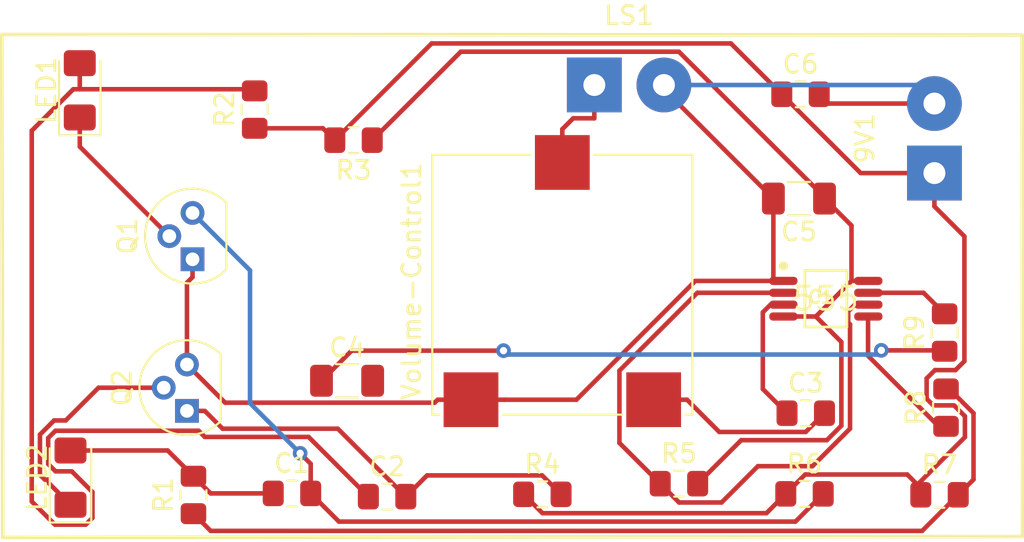
<source format=kicad_pcb>
(kicad_pcb (version 20171130) (host pcbnew "(5.0.0)")

  (general
    (thickness 1.6)
    (drawings 4)
    (tracks 159)
    (zones 0)
    (modules 23)
    (nets 19)
  )

  (page A4)
  (layers
    (0 F.Cu signal)
    (31 B.Cu signal)
    (32 B.Adhes user)
    (33 F.Adhes user)
    (34 B.Paste user)
    (35 F.Paste user)
    (36 B.SilkS user)
    (37 F.SilkS user)
    (38 B.Mask user)
    (39 F.Mask user)
    (40 Dwgs.User user)
    (41 Cmts.User user)
    (42 Eco1.User user)
    (43 Eco2.User user)
    (44 Edge.Cuts user)
    (45 Margin user)
    (46 B.CrtYd user)
    (47 F.CrtYd user)
    (48 B.Fab user)
    (49 F.Fab user)
  )

  (setup
    (last_trace_width 0.25)
    (trace_clearance 0.2)
    (zone_clearance 0.508)
    (zone_45_only no)
    (trace_min 0.2)
    (segment_width 0.2)
    (edge_width 0.15)
    (via_size 0.8)
    (via_drill 0.4)
    (via_min_size 0.4)
    (via_min_drill 0.3)
    (uvia_size 0.3)
    (uvia_drill 0.1)
    (uvias_allowed no)
    (uvia_min_size 0.2)
    (uvia_min_drill 0.1)
    (pcb_text_width 0.3)
    (pcb_text_size 1.5 1.5)
    (mod_edge_width 0.15)
    (mod_text_size 1 1)
    (mod_text_width 0.15)
    (pad_size 1.524 1.524)
    (pad_drill 0.762)
    (pad_to_mask_clearance 0.2)
    (aux_axis_origin 0 0)
    (visible_elements 7FFFFFFF)
    (pcbplotparams
      (layerselection 0x010fc_ffffffff)
      (usegerberextensions false)
      (usegerberattributes false)
      (usegerberadvancedattributes false)
      (creategerberjobfile false)
      (excludeedgelayer true)
      (linewidth 0.100000)
      (plotframeref false)
      (viasonmask false)
      (mode 1)
      (useauxorigin false)
      (hpglpennumber 1)
      (hpglpenspeed 20)
      (hpglpendiameter 15.000000)
      (psnegative false)
      (psa4output false)
      (plotreference true)
      (plotvalue true)
      (plotinvisibletext false)
      (padsonsilk false)
      (subtractmaskfromsilk false)
      (outputformat 1)
      (mirror false)
      (drillshape 1)
      (scaleselection 1)
      (outputdirectory ""))
  )

  (net 0 "")
  (net 1 GNDD)
  (net 2 "Net-(9V1-Pad1)")
  (net 3 "Net-(C1-Pad2)")
  (net 4 "Net-(C1-Pad1)")
  (net 5 "Net-(C2-Pad1)")
  (net 6 "Net-(C2-Pad2)")
  (net 7 "Net-(C3-Pad1)")
  (net 8 "Net-(C3-Pad2)")
  (net 9 "Net-(C4-Pad1)")
  (net 10 Earth)
  (net 11 "Net-(C5-Pad1)")
  (net 12 "Net-(IC1-Pad5)")
  (net 13 "Net-(IC1-Pad2)")
  (net 14 "Net-(IC1-Pad7)")
  (net 15 "Net-(LED1-Pad1)")
  (net 16 "Net-(LED2-Pad1)")
  (net 17 "Net-(LS1-Pad1)")
  (net 18 "Net-(R1-Pad1)")

  (net_class Default "This is the default net class."
    (clearance 0.2)
    (trace_width 0.25)
    (via_dia 0.8)
    (via_drill 0.4)
    (uvia_dia 0.3)
    (uvia_drill 0.1)
    (add_net Earth)
    (add_net GNDD)
    (add_net "Net-(9V1-Pad1)")
    (add_net "Net-(C1-Pad1)")
    (add_net "Net-(C1-Pad2)")
    (add_net "Net-(C2-Pad1)")
    (add_net "Net-(C2-Pad2)")
    (add_net "Net-(C3-Pad1)")
    (add_net "Net-(C3-Pad2)")
    (add_net "Net-(C4-Pad1)")
    (add_net "Net-(C5-Pad1)")
    (add_net "Net-(IC1-Pad2)")
    (add_net "Net-(IC1-Pad5)")
    (add_net "Net-(IC1-Pad7)")
    (add_net "Net-(LED1-Pad1)")
    (add_net "Net-(LED2-Pad1)")
    (add_net "Net-(LS1-Pad1)")
    (add_net "Net-(R1-Pad1)")
  )

  (module "555 Timer:Texas_Instruments-LMC555CMM_NOPB-Level_A" (layer F.Cu) (tedit 5EF18C8E) (tstamp 63893F42)
    (at 168.326 86.233)
    (path /63513386)
    (fp_text reference IC1 (at -1.397 -0.096) (layer F.SilkS)
      (effects (font (size 0.700001 0.700001) (thickness 0.15)) (justify left))
    )
    (fp_text value 555 (at 0 0) (layer F.SilkS)
      (effects (font (size 1.27 1.27) (thickness 0.15)))
    )
    (fp_line (start 3.525 1.975001) (end 3.525 -1.974997) (layer F.CrtYd) (width 0.15))
    (fp_line (start -3.525 1.975001) (end 3.525 1.975001) (layer F.CrtYd) (width 0.15))
    (fp_line (start -3.525 -1.974997) (end -3.525 1.975001) (layer F.CrtYd) (width 0.15))
    (fp_line (start 3.525 -1.974997) (end -3.525 -1.974997) (layer F.CrtYd) (width 0.15))
    (fp_line (start 3.525 -1.974997) (end 3.525 -1.974997) (layer F.CrtYd) (width 0.15))
    (fp_line (start -1.549999 1.549999) (end 1.550002 1.549999) (layer F.Fab) (width 0.1))
    (fp_line (start -1.549999 -1.549999) (end 1.550002 -1.549999) (layer F.Fab) (width 0.1))
    (fp_line (start 1.550002 1.549999) (end 1.550002 -1.549999) (layer F.Fab) (width 0.1))
    (fp_line (start -1.549999 1.549999) (end -1.549999 -1.549999) (layer F.Fab) (width 0.1))
    (fp_line (start -1.15 1.549999) (end 1.15 1.549999) (layer F.SilkS) (width 0.15))
    (fp_line (start -1.15 -1.549999) (end 1.15 -1.549999) (layer F.SilkS) (width 0.15))
    (fp_line (start 1.15 1.549999) (end 1.15 -1.549999) (layer F.SilkS) (width 0.15))
    (fp_line (start -1.15 1.549999) (end -1.15 -1.549999) (layer F.SilkS) (width 0.15))
    (fp_circle (center -2.324999 -1.799999) (end -2.199998 -1.799999) (layer F.SilkS) (width 0.249999))
    (pad 1 smd roundrect (at -2.324999 -0.974999 270) (size 0.449999 1.549999) (layers F.Cu F.Paste F.Mask) (roundrect_rratio 0.4399965333)
      (net 1 GNDD))
    (pad 2 smd roundrect (at -2.324999 -0.324998 270) (size 0.449999 1.549999) (layers F.Cu F.Paste F.Mask) (roundrect_rratio 0.4399965333)
      (net 13 "Net-(IC1-Pad2)"))
    (pad 3 smd roundrect (at -2.324999 0.325001 270) (size 0.449999 1.549999) (layers F.Cu F.Paste F.Mask) (roundrect_rratio 0.4399965333)
      (net 7 "Net-(C3-Pad1)"))
    (pad 4 smd roundrect (at -2.324999 0.975002 270) (size 0.449999 1.549999) (layers F.Cu F.Paste F.Mask) (roundrect_rratio 0.4399965333)
      (net 11 "Net-(C5-Pad1)"))
    (pad 8 smd roundrect (at 2.325002 -0.974999 270) (size 0.449999 1.549999) (layers F.Cu F.Paste F.Mask) (roundrect_rratio 0.4399965333)
      (net 11 "Net-(C5-Pad1)"))
    (pad 7 smd roundrect (at 2.325002 -0.324998 270) (size 0.449999 1.549999) (layers F.Cu F.Paste F.Mask) (roundrect_rratio 0.4399965333)
      (net 14 "Net-(IC1-Pad7)"))
    (pad 6 smd roundrect (at 2.325002 0.325001 270) (size 0.449999 1.549999) (layers F.Cu F.Paste F.Mask) (roundrect_rratio 0.4399965333)
      (net 13 "Net-(IC1-Pad2)"))
    (pad 5 smd roundrect (at 2.325002 0.975002 270) (size 0.449999 1.549999) (layers F.Cu F.Paste F.Mask) (roundrect_rratio 0.4399965333)
      (net 12 "Net-(IC1-Pad5)"))
  )

  (module Capacitor_SMD:C_1206_3216Metric (layer F.Cu) (tedit 5B301BBE) (tstamp 63893EF0)
    (at 142.116 90.7288)
    (descr "Capacitor SMD 1206 (3216 Metric), square (rectangular) end terminal, IPC_7351 nominal, (Body size source: http://www.tortai-tech.com/upload/download/2011102023233369053.pdf), generated with kicad-footprint-generator")
    (tags capacitor)
    (path /634C76D4)
    (attr smd)
    (fp_text reference C4 (at 0 -1.82) (layer F.SilkS)
      (effects (font (size 1 1) (thickness 0.15)))
    )
    (fp_text value 0.02uF (at 0 1.82) (layer F.Fab)
      (effects (font (size 1 1) (thickness 0.15)))
    )
    (fp_text user %R (at 0 0) (layer F.Fab)
      (effects (font (size 0.8 0.8) (thickness 0.12)))
    )
    (fp_line (start 2.28 1.12) (end -2.28 1.12) (layer F.CrtYd) (width 0.05))
    (fp_line (start 2.28 -1.12) (end 2.28 1.12) (layer F.CrtYd) (width 0.05))
    (fp_line (start -2.28 -1.12) (end 2.28 -1.12) (layer F.CrtYd) (width 0.05))
    (fp_line (start -2.28 1.12) (end -2.28 -1.12) (layer F.CrtYd) (width 0.05))
    (fp_line (start -0.602064 0.91) (end 0.602064 0.91) (layer F.SilkS) (width 0.12))
    (fp_line (start -0.602064 -0.91) (end 0.602064 -0.91) (layer F.SilkS) (width 0.12))
    (fp_line (start 1.6 0.8) (end -1.6 0.8) (layer F.Fab) (width 0.1))
    (fp_line (start 1.6 -0.8) (end 1.6 0.8) (layer F.Fab) (width 0.1))
    (fp_line (start -1.6 -0.8) (end 1.6 -0.8) (layer F.Fab) (width 0.1))
    (fp_line (start -1.6 0.8) (end -1.6 -0.8) (layer F.Fab) (width 0.1))
    (pad 2 smd roundrect (at 1.4 0) (size 1.25 1.75) (layers F.Cu F.Paste F.Mask) (roundrect_rratio 0.2)
      (net 10 Earth))
    (pad 1 smd roundrect (at -1.4 0) (size 1.25 1.75) (layers F.Cu F.Paste F.Mask) (roundrect_rratio 0.2)
      (net 9 "Net-(C4-Pad1)"))
    (model ${KISYS3DMOD}/Capacitor_SMD.3dshapes/C_1206_3216Metric.wrl
      (at (xyz 0 0 0))
      (scale (xyz 1 1 1))
      (rotate (xyz 0 0 0))
    )
  )

  (module Capacitor_SMD:C_1206_3216Metric (layer F.Cu) (tedit 5B301BBE) (tstamp 63893F17)
    (at 166.853 80.7466 180)
    (descr "Capacitor SMD 1206 (3216 Metric), square (rectangular) end terminal, IPC_7351 nominal, (Body size source: http://www.tortai-tech.com/upload/download/2011102023233369053.pdf), generated with kicad-footprint-generator")
    (tags capacitor)
    (path /63513481)
    (attr smd)
    (fp_text reference C5 (at 0 -1.82 180) (layer F.SilkS)
      (effects (font (size 1 1) (thickness 0.15)))
    )
    (fp_text value 0.02uF (at 0 1.82 180) (layer F.Fab)
      (effects (font (size 1 1) (thickness 0.15)))
    )
    (fp_text user %R (at 0 0 180) (layer F.Fab)
      (effects (font (size 0.8 0.8) (thickness 0.12)))
    )
    (fp_line (start 2.28 1.12) (end -2.28 1.12) (layer F.CrtYd) (width 0.05))
    (fp_line (start 2.28 -1.12) (end 2.28 1.12) (layer F.CrtYd) (width 0.05))
    (fp_line (start -2.28 -1.12) (end 2.28 -1.12) (layer F.CrtYd) (width 0.05))
    (fp_line (start -2.28 1.12) (end -2.28 -1.12) (layer F.CrtYd) (width 0.05))
    (fp_line (start -0.602064 0.91) (end 0.602064 0.91) (layer F.SilkS) (width 0.12))
    (fp_line (start -0.602064 -0.91) (end 0.602064 -0.91) (layer F.SilkS) (width 0.12))
    (fp_line (start 1.6 0.8) (end -1.6 0.8) (layer F.Fab) (width 0.1))
    (fp_line (start 1.6 -0.8) (end 1.6 0.8) (layer F.Fab) (width 0.1))
    (fp_line (start -1.6 -0.8) (end 1.6 -0.8) (layer F.Fab) (width 0.1))
    (fp_line (start -1.6 0.8) (end -1.6 -0.8) (layer F.Fab) (width 0.1))
    (pad 2 smd roundrect (at 1.4 0 180) (size 1.25 1.75) (layers F.Cu F.Paste F.Mask) (roundrect_rratio 0.2)
      (net 1 GNDD))
    (pad 1 smd roundrect (at -1.4 0 180) (size 1.25 1.75) (layers F.Cu F.Paste F.Mask) (roundrect_rratio 0.2)
      (net 11 "Net-(C5-Pad1)"))
    (model ${KISYS3DMOD}/Capacitor_SMD.3dshapes/C_1206_3216Metric.wrl
      (at (xyz 0 0 0))
      (scale (xyz 1 1 1))
      (rotate (xyz 0 0 0))
    )
  )

  (module Connector_Wire:SolderWirePad_1x02_P3.81mm_Drill1.2mm (layer F.Cu) (tedit 5AEE5EF3) (tstamp 63893E96)
    (at 174.269 79.3496 90)
    (descr "Wire solder connection")
    (tags connector)
    (path /634C5E09)
    (attr virtual)
    (fp_text reference 9V1 (at 1.905 -3.81 90) (layer F.SilkS)
      (effects (font (size 1 1) (thickness 0.15)))
    )
    (fp_text value Battery (at 1.905 3.81 90) (layer F.Fab)
      (effects (font (size 1 1) (thickness 0.15)))
    )
    (fp_line (start 5.81 2) (end -1.99 2) (layer F.CrtYd) (width 0.05))
    (fp_line (start 5.81 2) (end 5.81 -2) (layer F.CrtYd) (width 0.05))
    (fp_line (start -1.99 -2) (end -1.99 2) (layer F.CrtYd) (width 0.05))
    (fp_line (start -1.99 -2) (end 5.81 -2) (layer F.CrtYd) (width 0.05))
    (fp_text user %R (at 1.905 0 90) (layer F.Fab)
      (effects (font (size 1 1) (thickness 0.15)))
    )
    (pad 2 thru_hole circle (at 3.81 0 90) (size 2.99974 2.99974) (drill 1.19888) (layers *.Cu *.Mask)
      (net 1 GNDD))
    (pad 1 thru_hole rect (at 0 0 90) (size 2.99974 2.99974) (drill 1.19888) (layers *.Cu *.Mask)
      (net 2 "Net-(9V1-Pad1)"))
  )

  (module Connector_Wire:SolderWirePad_1x02_P3.81mm_Drill1.2mm (layer F.Cu) (tedit 5AEE5EF3) (tstamp 63893F8D)
    (at 155.651 74.5236)
    (descr "Wire solder connection")
    (tags connector)
    (path /63539103)
    (attr virtual)
    (fp_text reference LS1 (at 1.905 -3.81) (layer F.SilkS)
      (effects (font (size 1 1) (thickness 0.15)))
    )
    (fp_text value Speaker (at 1.905 3.81) (layer F.Fab)
      (effects (font (size 1 1) (thickness 0.15)))
    )
    (fp_line (start 5.81 2) (end -1.99 2) (layer F.CrtYd) (width 0.05))
    (fp_line (start 5.81 2) (end 5.81 -2) (layer F.CrtYd) (width 0.05))
    (fp_line (start -1.99 -2) (end -1.99 2) (layer F.CrtYd) (width 0.05))
    (fp_line (start -1.99 -2) (end 5.81 -2) (layer F.CrtYd) (width 0.05))
    (fp_text user %R (at 1.905 0) (layer F.Fab)
      (effects (font (size 1 1) (thickness 0.15)))
    )
    (pad 2 thru_hole circle (at 3.81 0) (size 2.99974 2.99974) (drill 1.19888) (layers *.Cu *.Mask)
      (net 1 GNDD))
    (pad 1 thru_hole rect (at 0 0) (size 2.99974 2.99974) (drill 1.19888) (layers *.Cu *.Mask)
      (net 17 "Net-(LS1-Pad1)"))
  )

  (module Capacitor_SMD:C_0805_2012Metric_Pad1.15x1.40mm_HandSolder (layer F.Cu) (tedit 5B36C52B) (tstamp 63893EA7)
    (at 139.099 96.901)
    (descr "Capacitor SMD 0805 (2012 Metric), square (rectangular) end terminal, IPC_7351 nominal with elongated pad for handsoldering. (Body size source: https://docs.google.com/spreadsheets/d/1BsfQQcO9C6DZCsRaXUlFlo91Tg2WpOkGARC1WS5S8t0/edit?usp=sharing), generated with kicad-footprint-generator")
    (tags "capacitor handsolder")
    (path /634C6293)
    (attr smd)
    (fp_text reference C1 (at 0 -1.65) (layer F.SilkS)
      (effects (font (size 1 1) (thickness 0.15)))
    )
    (fp_text value CP1 (at 0 1.65) (layer F.Fab)
      (effects (font (size 1 1) (thickness 0.15)))
    )
    (fp_text user %R (at 0 0) (layer F.Fab)
      (effects (font (size 0.5 0.5) (thickness 0.08)))
    )
    (fp_line (start 1.85 0.95) (end -1.85 0.95) (layer F.CrtYd) (width 0.05))
    (fp_line (start 1.85 -0.95) (end 1.85 0.95) (layer F.CrtYd) (width 0.05))
    (fp_line (start -1.85 -0.95) (end 1.85 -0.95) (layer F.CrtYd) (width 0.05))
    (fp_line (start -1.85 0.95) (end -1.85 -0.95) (layer F.CrtYd) (width 0.05))
    (fp_line (start -0.261252 0.71) (end 0.261252 0.71) (layer F.SilkS) (width 0.12))
    (fp_line (start -0.261252 -0.71) (end 0.261252 -0.71) (layer F.SilkS) (width 0.12))
    (fp_line (start 1 0.6) (end -1 0.6) (layer F.Fab) (width 0.1))
    (fp_line (start 1 -0.6) (end 1 0.6) (layer F.Fab) (width 0.1))
    (fp_line (start -1 -0.6) (end 1 -0.6) (layer F.Fab) (width 0.1))
    (fp_line (start -1 0.6) (end -1 -0.6) (layer F.Fab) (width 0.1))
    (pad 2 smd roundrect (at 1.025 0) (size 1.15 1.4) (layers F.Cu F.Paste F.Mask) (roundrect_rratio 0.217391)
      (net 3 "Net-(C1-Pad2)"))
    (pad 1 smd roundrect (at -1.025 0) (size 1.15 1.4) (layers F.Cu F.Paste F.Mask) (roundrect_rratio 0.217391)
      (net 4 "Net-(C1-Pad1)"))
    (model ${KISYS3DMOD}/Capacitor_SMD.3dshapes/C_0805_2012Metric.wrl
      (at (xyz 0 0 0))
      (scale (xyz 1 1 1))
      (rotate (xyz 0 0 0))
    )
  )

  (module Capacitor_SMD:C_0805_2012Metric_Pad1.15x1.40mm_HandSolder (layer F.Cu) (tedit 5B36C52B) (tstamp 63893EB8)
    (at 144.306 97.0788)
    (descr "Capacitor SMD 0805 (2012 Metric), square (rectangular) end terminal, IPC_7351 nominal with elongated pad for handsoldering. (Body size source: https://docs.google.com/spreadsheets/d/1BsfQQcO9C6DZCsRaXUlFlo91Tg2WpOkGARC1WS5S8t0/edit?usp=sharing), generated with kicad-footprint-generator")
    (tags "capacitor handsolder")
    (path /634C61D8)
    (attr smd)
    (fp_text reference C2 (at 0 -1.65) (layer F.SilkS)
      (effects (font (size 1 1) (thickness 0.15)))
    )
    (fp_text value CP1 (at 0 1.65) (layer F.Fab)
      (effects (font (size 1 1) (thickness 0.15)))
    )
    (fp_line (start -1 0.6) (end -1 -0.6) (layer F.Fab) (width 0.1))
    (fp_line (start -1 -0.6) (end 1 -0.6) (layer F.Fab) (width 0.1))
    (fp_line (start 1 -0.6) (end 1 0.6) (layer F.Fab) (width 0.1))
    (fp_line (start 1 0.6) (end -1 0.6) (layer F.Fab) (width 0.1))
    (fp_line (start -0.261252 -0.71) (end 0.261252 -0.71) (layer F.SilkS) (width 0.12))
    (fp_line (start -0.261252 0.71) (end 0.261252 0.71) (layer F.SilkS) (width 0.12))
    (fp_line (start -1.85 0.95) (end -1.85 -0.95) (layer F.CrtYd) (width 0.05))
    (fp_line (start -1.85 -0.95) (end 1.85 -0.95) (layer F.CrtYd) (width 0.05))
    (fp_line (start 1.85 -0.95) (end 1.85 0.95) (layer F.CrtYd) (width 0.05))
    (fp_line (start 1.85 0.95) (end -1.85 0.95) (layer F.CrtYd) (width 0.05))
    (fp_text user %R (at 0 0) (layer F.Fab)
      (effects (font (size 0.5 0.5) (thickness 0.08)))
    )
    (pad 1 smd roundrect (at -1.025 0) (size 1.15 1.4) (layers F.Cu F.Paste F.Mask) (roundrect_rratio 0.217391)
      (net 5 "Net-(C2-Pad1)"))
    (pad 2 smd roundrect (at 1.025 0) (size 1.15 1.4) (layers F.Cu F.Paste F.Mask) (roundrect_rratio 0.217391)
      (net 6 "Net-(C2-Pad2)"))
    (model ${KISYS3DMOD}/Capacitor_SMD.3dshapes/C_0805_2012Metric.wrl
      (at (xyz 0 0 0))
      (scale (xyz 1 1 1))
      (rotate (xyz 0 0 0))
    )
  )

  (module Capacitor_SMD:C_0805_2012Metric_Pad1.15x1.40mm_HandSolder (layer F.Cu) (tedit 5B36C52B) (tstamp 63893EC9)
    (at 167.225 92.5068)
    (descr "Capacitor SMD 0805 (2012 Metric), square (rectangular) end terminal, IPC_7351 nominal with elongated pad for handsoldering. (Body size source: https://docs.google.com/spreadsheets/d/1BsfQQcO9C6DZCsRaXUlFlo91Tg2WpOkGARC1WS5S8t0/edit?usp=sharing), generated with kicad-footprint-generator")
    (tags "capacitor handsolder")
    (path /634C78BF)
    (attr smd)
    (fp_text reference C3 (at 0 -1.65) (layer F.SilkS)
      (effects (font (size 1 1) (thickness 0.15)))
    )
    (fp_text value 10uF (at 0 1.65) (layer F.Fab)
      (effects (font (size 1 1) (thickness 0.15)))
    )
    (fp_line (start -1 0.6) (end -1 -0.6) (layer F.Fab) (width 0.1))
    (fp_line (start -1 -0.6) (end 1 -0.6) (layer F.Fab) (width 0.1))
    (fp_line (start 1 -0.6) (end 1 0.6) (layer F.Fab) (width 0.1))
    (fp_line (start 1 0.6) (end -1 0.6) (layer F.Fab) (width 0.1))
    (fp_line (start -0.261252 -0.71) (end 0.261252 -0.71) (layer F.SilkS) (width 0.12))
    (fp_line (start -0.261252 0.71) (end 0.261252 0.71) (layer F.SilkS) (width 0.12))
    (fp_line (start -1.85 0.95) (end -1.85 -0.95) (layer F.CrtYd) (width 0.05))
    (fp_line (start -1.85 -0.95) (end 1.85 -0.95) (layer F.CrtYd) (width 0.05))
    (fp_line (start 1.85 -0.95) (end 1.85 0.95) (layer F.CrtYd) (width 0.05))
    (fp_line (start 1.85 0.95) (end -1.85 0.95) (layer F.CrtYd) (width 0.05))
    (fp_text user %R (at 0 0) (layer F.Fab)
      (effects (font (size 0.5 0.5) (thickness 0.08)))
    )
    (pad 1 smd roundrect (at -1.025 0) (size 1.15 1.4) (layers F.Cu F.Paste F.Mask) (roundrect_rratio 0.217391)
      (net 7 "Net-(C3-Pad1)"))
    (pad 2 smd roundrect (at 1.025 0) (size 1.15 1.4) (layers F.Cu F.Paste F.Mask) (roundrect_rratio 0.217391)
      (net 8 "Net-(C3-Pad2)"))
    (model ${KISYS3DMOD}/Capacitor_SMD.3dshapes/C_0805_2012Metric.wrl
      (at (xyz 0 0 0))
      (scale (xyz 1 1 1))
      (rotate (xyz 0 0 0))
    )
  )

  (module Capacitor_SMD:C_0805_2012Metric_Pad1.15x1.40mm_HandSolder (layer F.Cu) (tedit 5B36C52B) (tstamp 63893F28)
    (at 166.938 75.0316)
    (descr "Capacitor SMD 0805 (2012 Metric), square (rectangular) end terminal, IPC_7351 nominal with elongated pad for handsoldering. (Body size source: https://docs.google.com/spreadsheets/d/1BsfQQcO9C6DZCsRaXUlFlo91Tg2WpOkGARC1WS5S8t0/edit?usp=sharing), generated with kicad-footprint-generator")
    (tags "capacitor handsolder")
    (path /634C5EE9)
    (attr smd)
    (fp_text reference C6 (at 0 -1.65) (layer F.SilkS)
      (effects (font (size 1 1) (thickness 0.15)))
    )
    (fp_text value 100uF (at 0 1.65) (layer F.Fab)
      (effects (font (size 1 1) (thickness 0.15)))
    )
    (fp_text user %R (at 0 0) (layer F.Fab)
      (effects (font (size 0.5 0.5) (thickness 0.08)))
    )
    (fp_line (start 1.85 0.95) (end -1.85 0.95) (layer F.CrtYd) (width 0.05))
    (fp_line (start 1.85 -0.95) (end 1.85 0.95) (layer F.CrtYd) (width 0.05))
    (fp_line (start -1.85 -0.95) (end 1.85 -0.95) (layer F.CrtYd) (width 0.05))
    (fp_line (start -1.85 0.95) (end -1.85 -0.95) (layer F.CrtYd) (width 0.05))
    (fp_line (start -0.261252 0.71) (end 0.261252 0.71) (layer F.SilkS) (width 0.12))
    (fp_line (start -0.261252 -0.71) (end 0.261252 -0.71) (layer F.SilkS) (width 0.12))
    (fp_line (start 1 0.6) (end -1 0.6) (layer F.Fab) (width 0.1))
    (fp_line (start 1 -0.6) (end 1 0.6) (layer F.Fab) (width 0.1))
    (fp_line (start -1 -0.6) (end 1 -0.6) (layer F.Fab) (width 0.1))
    (fp_line (start -1 0.6) (end -1 -0.6) (layer F.Fab) (width 0.1))
    (pad 2 smd roundrect (at 1.025 0) (size 1.15 1.4) (layers F.Cu F.Paste F.Mask) (roundrect_rratio 0.217391)
      (net 1 GNDD))
    (pad 1 smd roundrect (at -1.025 0) (size 1.15 1.4) (layers F.Cu F.Paste F.Mask) (roundrect_rratio 0.217391)
      (net 2 "Net-(9V1-Pad1)"))
    (model ${KISYS3DMOD}/Capacitor_SMD.3dshapes/C_0805_2012Metric.wrl
      (at (xyz 0 0 0))
      (scale (xyz 1 1 1))
      (rotate (xyz 0 0 0))
    )
  )

  (module Diode_SMD:D_1206_3216Metric_Pad1.42x1.75mm_HandSolder (layer F.Cu) (tedit 5B4B45C8) (tstamp 63893F55)
    (at 127.483 74.8141 90)
    (descr "Diode SMD 1206 (3216 Metric), square (rectangular) end terminal, IPC_7351 nominal, (Body size source: http://www.tortai-tech.com/upload/download/2011102023233369053.pdf), generated with kicad-footprint-generator")
    (tags "diode handsolder")
    (path /634C66DF)
    (attr smd)
    (fp_text reference LED1 (at 0 -1.82 90) (layer F.SilkS)
      (effects (font (size 1 1) (thickness 0.15)))
    )
    (fp_text value LED_ALT (at 0 1.82 90) (layer F.Fab)
      (effects (font (size 1 1) (thickness 0.15)))
    )
    (fp_text user %R (at 0 0 90) (layer F.Fab)
      (effects (font (size 0.8 0.8) (thickness 0.12)))
    )
    (fp_line (start 2.45 1.12) (end -2.45 1.12) (layer F.CrtYd) (width 0.05))
    (fp_line (start 2.45 -1.12) (end 2.45 1.12) (layer F.CrtYd) (width 0.05))
    (fp_line (start -2.45 -1.12) (end 2.45 -1.12) (layer F.CrtYd) (width 0.05))
    (fp_line (start -2.45 1.12) (end -2.45 -1.12) (layer F.CrtYd) (width 0.05))
    (fp_line (start -2.46 1.135) (end 1.6 1.135) (layer F.SilkS) (width 0.12))
    (fp_line (start -2.46 -1.135) (end -2.46 1.135) (layer F.SilkS) (width 0.12))
    (fp_line (start 1.6 -1.135) (end -2.46 -1.135) (layer F.SilkS) (width 0.12))
    (fp_line (start 1.6 0.8) (end 1.6 -0.8) (layer F.Fab) (width 0.1))
    (fp_line (start -1.6 0.8) (end 1.6 0.8) (layer F.Fab) (width 0.1))
    (fp_line (start -1.6 -0.4) (end -1.6 0.8) (layer F.Fab) (width 0.1))
    (fp_line (start -1.2 -0.8) (end -1.6 -0.4) (layer F.Fab) (width 0.1))
    (fp_line (start 1.6 -0.8) (end -1.2 -0.8) (layer F.Fab) (width 0.1))
    (pad 2 smd roundrect (at 1.4875 0 90) (size 1.425 1.75) (layers F.Cu F.Paste F.Mask) (roundrect_rratio 0.175439)
      (net 5 "Net-(C2-Pad1)"))
    (pad 1 smd roundrect (at -1.4875 0 90) (size 1.425 1.75) (layers F.Cu F.Paste F.Mask) (roundrect_rratio 0.175439)
      (net 15 "Net-(LED1-Pad1)"))
    (model ${KISYS3DMOD}/Diode_SMD.3dshapes/D_1206_3216Metric.wrl
      (at (xyz 0 0 0))
      (scale (xyz 1 1 1))
      (rotate (xyz 0 0 0))
    )
  )

  (module Diode_SMD:D_1206_3216Metric_Pad1.42x1.75mm_HandSolder (layer F.Cu) (tedit 5B4B45C8) (tstamp 63893F68)
    (at 126.975 96.0374 90)
    (descr "Diode SMD 1206 (3216 Metric), square (rectangular) end terminal, IPC_7351 nominal, (Body size source: http://www.tortai-tech.com/upload/download/2011102023233369053.pdf), generated with kicad-footprint-generator")
    (tags "diode handsolder")
    (path /634C6610)
    (attr smd)
    (fp_text reference LED2 (at 0 -1.82 90) (layer F.SilkS)
      (effects (font (size 1 1) (thickness 0.15)))
    )
    (fp_text value LED_ALT (at 0 1.82 90) (layer F.Fab)
      (effects (font (size 1 1) (thickness 0.15)))
    )
    (fp_line (start 1.6 -0.8) (end -1.2 -0.8) (layer F.Fab) (width 0.1))
    (fp_line (start -1.2 -0.8) (end -1.6 -0.4) (layer F.Fab) (width 0.1))
    (fp_line (start -1.6 -0.4) (end -1.6 0.8) (layer F.Fab) (width 0.1))
    (fp_line (start -1.6 0.8) (end 1.6 0.8) (layer F.Fab) (width 0.1))
    (fp_line (start 1.6 0.8) (end 1.6 -0.8) (layer F.Fab) (width 0.1))
    (fp_line (start 1.6 -1.135) (end -2.46 -1.135) (layer F.SilkS) (width 0.12))
    (fp_line (start -2.46 -1.135) (end -2.46 1.135) (layer F.SilkS) (width 0.12))
    (fp_line (start -2.46 1.135) (end 1.6 1.135) (layer F.SilkS) (width 0.12))
    (fp_line (start -2.45 1.12) (end -2.45 -1.12) (layer F.CrtYd) (width 0.05))
    (fp_line (start -2.45 -1.12) (end 2.45 -1.12) (layer F.CrtYd) (width 0.05))
    (fp_line (start 2.45 -1.12) (end 2.45 1.12) (layer F.CrtYd) (width 0.05))
    (fp_line (start 2.45 1.12) (end -2.45 1.12) (layer F.CrtYd) (width 0.05))
    (fp_text user %R (at 0 0 90) (layer F.Fab)
      (effects (font (size 0.8 0.8) (thickness 0.12)))
    )
    (pad 1 smd roundrect (at -1.4875 0 90) (size 1.425 1.75) (layers F.Cu F.Paste F.Mask) (roundrect_rratio 0.175439)
      (net 16 "Net-(LED2-Pad1)"))
    (pad 2 smd roundrect (at 1.4875 0 90) (size 1.425 1.75) (layers F.Cu F.Paste F.Mask) (roundrect_rratio 0.175439)
      (net 4 "Net-(C1-Pad1)"))
    (model ${KISYS3DMOD}/Diode_SMD.3dshapes/D_1206_3216Metric.wrl
      (at (xyz 0 0 0))
      (scale (xyz 1 1 1))
      (rotate (xyz 0 0 0))
    )
  )

  (module Package_TO_SOT_THT:TO-92 (layer F.Cu) (tedit 5A279852) (tstamp 63893F9F)
    (at 133.655 84.074 90)
    (descr "TO-92 leads molded, narrow, drill 0.75mm (see NXP sot054_po.pdf)")
    (tags "to-92 sc-43 sc-43a sot54 PA33 transistor")
    (path /634C6414)
    (fp_text reference Q1 (at 1.27 -3.56 90) (layer F.SilkS)
      (effects (font (size 1 1) (thickness 0.15)))
    )
    (fp_text value Q_NPN_BCE (at 1.27 2.79 90) (layer F.Fab)
      (effects (font (size 1 1) (thickness 0.15)))
    )
    (fp_text user %R (at 1.27 -3.56 90) (layer F.Fab)
      (effects (font (size 1 1) (thickness 0.15)))
    )
    (fp_line (start -0.53 1.85) (end 3.07 1.85) (layer F.SilkS) (width 0.12))
    (fp_line (start -0.5 1.75) (end 3 1.75) (layer F.Fab) (width 0.1))
    (fp_line (start -1.46 -2.73) (end 4 -2.73) (layer F.CrtYd) (width 0.05))
    (fp_line (start -1.46 -2.73) (end -1.46 2.01) (layer F.CrtYd) (width 0.05))
    (fp_line (start 4 2.01) (end 4 -2.73) (layer F.CrtYd) (width 0.05))
    (fp_line (start 4 2.01) (end -1.46 2.01) (layer F.CrtYd) (width 0.05))
    (fp_arc (start 1.27 0) (end 1.27 -2.48) (angle 135) (layer F.Fab) (width 0.1))
    (fp_arc (start 1.27 0) (end 1.27 -2.6) (angle -135) (layer F.SilkS) (width 0.12))
    (fp_arc (start 1.27 0) (end 1.27 -2.48) (angle -135) (layer F.Fab) (width 0.1))
    (fp_arc (start 1.27 0) (end 1.27 -2.6) (angle 135) (layer F.SilkS) (width 0.12))
    (pad 2 thru_hole circle (at 1.27 -1.27 180) (size 1.3 1.3) (drill 0.75) (layers *.Cu *.Mask)
      (net 15 "Net-(LED1-Pad1)"))
    (pad 3 thru_hole circle (at 2.54 0 180) (size 1.3 1.3) (drill 0.75) (layers *.Cu *.Mask)
      (net 3 "Net-(C1-Pad2)"))
    (pad 1 thru_hole rect (at 0 0 180) (size 1.3 1.3) (drill 0.75) (layers *.Cu *.Mask)
      (net 1 GNDD))
    (model ${KISYS3DMOD}/Package_TO_SOT_THT.3dshapes/TO-92.wrl
      (at (xyz 0 0 0))
      (scale (xyz 1 1 1))
      (rotate (xyz 0 0 0))
    )
  )

  (module Package_TO_SOT_THT:TO-92 (layer F.Cu) (tedit 5A279852) (tstamp 63893FB1)
    (at 133.35 92.3798 90)
    (descr "TO-92 leads molded, narrow, drill 0.75mm (see NXP sot054_po.pdf)")
    (tags "to-92 sc-43 sc-43a sot54 PA33 transistor")
    (path /634C64AC)
    (fp_text reference Q2 (at 1.27 -3.56 90) (layer F.SilkS)
      (effects (font (size 1 1) (thickness 0.15)))
    )
    (fp_text value Q_NPN_BCE (at 1.27 2.79 90) (layer F.Fab)
      (effects (font (size 1 1) (thickness 0.15)))
    )
    (fp_arc (start 1.27 0) (end 1.27 -2.6) (angle 135) (layer F.SilkS) (width 0.12))
    (fp_arc (start 1.27 0) (end 1.27 -2.48) (angle -135) (layer F.Fab) (width 0.1))
    (fp_arc (start 1.27 0) (end 1.27 -2.6) (angle -135) (layer F.SilkS) (width 0.12))
    (fp_arc (start 1.27 0) (end 1.27 -2.48) (angle 135) (layer F.Fab) (width 0.1))
    (fp_line (start 4 2.01) (end -1.46 2.01) (layer F.CrtYd) (width 0.05))
    (fp_line (start 4 2.01) (end 4 -2.73) (layer F.CrtYd) (width 0.05))
    (fp_line (start -1.46 -2.73) (end -1.46 2.01) (layer F.CrtYd) (width 0.05))
    (fp_line (start -1.46 -2.73) (end 4 -2.73) (layer F.CrtYd) (width 0.05))
    (fp_line (start -0.5 1.75) (end 3 1.75) (layer F.Fab) (width 0.1))
    (fp_line (start -0.53 1.85) (end 3.07 1.85) (layer F.SilkS) (width 0.12))
    (fp_text user %R (at 1.27 -3.56 90) (layer F.Fab)
      (effects (font (size 1 1) (thickness 0.15)))
    )
    (pad 1 thru_hole rect (at 0 0 180) (size 1.3 1.3) (drill 0.75) (layers *.Cu *.Mask)
      (net 6 "Net-(C2-Pad2)"))
    (pad 3 thru_hole circle (at 2.54 0 180) (size 1.3 1.3) (drill 0.75) (layers *.Cu *.Mask)
      (net 1 GNDD))
    (pad 2 thru_hole circle (at 1.27 -1.27 180) (size 1.3 1.3) (drill 0.75) (layers *.Cu *.Mask)
      (net 16 "Net-(LED2-Pad1)"))
    (model ${KISYS3DMOD}/Package_TO_SOT_THT.3dshapes/TO-92.wrl
      (at (xyz 0 0 0))
      (scale (xyz 1 1 1))
      (rotate (xyz 0 0 0))
    )
  )

  (module Resistor_SMD:R_0805_2012Metric_Pad1.15x1.40mm_HandSolder (layer F.Cu) (tedit 5B36C52B) (tstamp 63893FC2)
    (at 133.706 96.9862 90)
    (descr "Resistor SMD 0805 (2012 Metric), square (rectangular) end terminal, IPC_7351 nominal with elongated pad for handsoldering. (Body size source: https://docs.google.com/spreadsheets/d/1BsfQQcO9C6DZCsRaXUlFlo91Tg2WpOkGARC1WS5S8t0/edit?usp=sharing), generated with kicad-footprint-generator")
    (tags "resistor handsolder")
    (path /634C6089)
    (attr smd)
    (fp_text reference R1 (at 0 -1.65 90) (layer F.SilkS)
      (effects (font (size 1 1) (thickness 0.15)))
    )
    (fp_text value 470 (at 0 1.65 90) (layer F.Fab)
      (effects (font (size 1 1) (thickness 0.15)))
    )
    (fp_text user %R (at 0 0 90) (layer F.Fab)
      (effects (font (size 0.5 0.5) (thickness 0.08)))
    )
    (fp_line (start 1.85 0.95) (end -1.85 0.95) (layer F.CrtYd) (width 0.05))
    (fp_line (start 1.85 -0.95) (end 1.85 0.95) (layer F.CrtYd) (width 0.05))
    (fp_line (start -1.85 -0.95) (end 1.85 -0.95) (layer F.CrtYd) (width 0.05))
    (fp_line (start -1.85 0.95) (end -1.85 -0.95) (layer F.CrtYd) (width 0.05))
    (fp_line (start -0.261252 0.71) (end 0.261252 0.71) (layer F.SilkS) (width 0.12))
    (fp_line (start -0.261252 -0.71) (end 0.261252 -0.71) (layer F.SilkS) (width 0.12))
    (fp_line (start 1 0.6) (end -1 0.6) (layer F.Fab) (width 0.1))
    (fp_line (start 1 -0.6) (end 1 0.6) (layer F.Fab) (width 0.1))
    (fp_line (start -1 -0.6) (end 1 -0.6) (layer F.Fab) (width 0.1))
    (fp_line (start -1 0.6) (end -1 -0.6) (layer F.Fab) (width 0.1))
    (pad 2 smd roundrect (at 1.025 0 90) (size 1.15 1.4) (layers F.Cu F.Paste F.Mask) (roundrect_rratio 0.217391)
      (net 4 "Net-(C1-Pad1)"))
    (pad 1 smd roundrect (at -1.025 0 90) (size 1.15 1.4) (layers F.Cu F.Paste F.Mask) (roundrect_rratio 0.217391)
      (net 18 "Net-(R1-Pad1)"))
    (model ${KISYS3DMOD}/Resistor_SMD.3dshapes/R_0805_2012Metric.wrl
      (at (xyz 0 0 0))
      (scale (xyz 1 1 1))
      (rotate (xyz 0 0 0))
    )
  )

  (module Resistor_SMD:R_0805_2012Metric_Pad1.15x1.40mm_HandSolder (layer F.Cu) (tedit 5B36C52B) (tstamp 63893FD3)
    (at 137.058 75.8698 90)
    (descr "Resistor SMD 0805 (2012 Metric), square (rectangular) end terminal, IPC_7351 nominal with elongated pad for handsoldering. (Body size source: https://docs.google.com/spreadsheets/d/1BsfQQcO9C6DZCsRaXUlFlo91Tg2WpOkGARC1WS5S8t0/edit?usp=sharing), generated with kicad-footprint-generator")
    (tags "resistor handsolder")
    (path /634C5FA3)
    (attr smd)
    (fp_text reference R2 (at 0 -1.65 90) (layer F.SilkS)
      (effects (font (size 1 1) (thickness 0.15)))
    )
    (fp_text value 1K (at 0 1.65 90) (layer F.Fab)
      (effects (font (size 1 1) (thickness 0.15)))
    )
    (fp_line (start -1 0.6) (end -1 -0.6) (layer F.Fab) (width 0.1))
    (fp_line (start -1 -0.6) (end 1 -0.6) (layer F.Fab) (width 0.1))
    (fp_line (start 1 -0.6) (end 1 0.6) (layer F.Fab) (width 0.1))
    (fp_line (start 1 0.6) (end -1 0.6) (layer F.Fab) (width 0.1))
    (fp_line (start -0.261252 -0.71) (end 0.261252 -0.71) (layer F.SilkS) (width 0.12))
    (fp_line (start -0.261252 0.71) (end 0.261252 0.71) (layer F.SilkS) (width 0.12))
    (fp_line (start -1.85 0.95) (end -1.85 -0.95) (layer F.CrtYd) (width 0.05))
    (fp_line (start -1.85 -0.95) (end 1.85 -0.95) (layer F.CrtYd) (width 0.05))
    (fp_line (start 1.85 -0.95) (end 1.85 0.95) (layer F.CrtYd) (width 0.05))
    (fp_line (start 1.85 0.95) (end -1.85 0.95) (layer F.CrtYd) (width 0.05))
    (fp_text user %R (at 0 0 90) (layer F.Fab)
      (effects (font (size 0.5 0.5) (thickness 0.08)))
    )
    (pad 1 smd roundrect (at -1.025 0 90) (size 1.15 1.4) (layers F.Cu F.Paste F.Mask) (roundrect_rratio 0.217391)
      (net 2 "Net-(9V1-Pad1)"))
    (pad 2 smd roundrect (at 1.025 0 90) (size 1.15 1.4) (layers F.Cu F.Paste F.Mask) (roundrect_rratio 0.217391)
      (net 5 "Net-(C2-Pad1)"))
    (model ${KISYS3DMOD}/Resistor_SMD.3dshapes/R_0805_2012Metric.wrl
      (at (xyz 0 0 0))
      (scale (xyz 1 1 1))
      (rotate (xyz 0 0 0))
    )
  )

  (module Resistor_SMD:R_0805_2012Metric_Pad1.15x1.40mm_HandSolder (layer F.Cu) (tedit 5B36C52B) (tstamp 63893FE4)
    (at 142.469 77.5462 180)
    (descr "Resistor SMD 0805 (2012 Metric), square (rectangular) end terminal, IPC_7351 nominal with elongated pad for handsoldering. (Body size source: https://docs.google.com/spreadsheets/d/1BsfQQcO9C6DZCsRaXUlFlo91Tg2WpOkGARC1WS5S8t0/edit?usp=sharing), generated with kicad-footprint-generator")
    (tags "resistor handsolder")
    (path /634C60F7)
    (attr smd)
    (fp_text reference R3 (at 0 -1.65 180) (layer F.SilkS)
      (effects (font (size 1 1) (thickness 0.15)))
    )
    (fp_text value 68 (at 0 1.65 180) (layer F.Fab)
      (effects (font (size 1 1) (thickness 0.15)))
    )
    (fp_text user %R (at 0 0 180) (layer F.Fab)
      (effects (font (size 0.5 0.5) (thickness 0.08)))
    )
    (fp_line (start 1.85 0.95) (end -1.85 0.95) (layer F.CrtYd) (width 0.05))
    (fp_line (start 1.85 -0.95) (end 1.85 0.95) (layer F.CrtYd) (width 0.05))
    (fp_line (start -1.85 -0.95) (end 1.85 -0.95) (layer F.CrtYd) (width 0.05))
    (fp_line (start -1.85 0.95) (end -1.85 -0.95) (layer F.CrtYd) (width 0.05))
    (fp_line (start -0.261252 0.71) (end 0.261252 0.71) (layer F.SilkS) (width 0.12))
    (fp_line (start -0.261252 -0.71) (end 0.261252 -0.71) (layer F.SilkS) (width 0.12))
    (fp_line (start 1 0.6) (end -1 0.6) (layer F.Fab) (width 0.1))
    (fp_line (start 1 -0.6) (end 1 0.6) (layer F.Fab) (width 0.1))
    (fp_line (start -1 -0.6) (end 1 -0.6) (layer F.Fab) (width 0.1))
    (fp_line (start -1 0.6) (end -1 -0.6) (layer F.Fab) (width 0.1))
    (pad 2 smd roundrect (at 1.025 0 180) (size 1.15 1.4) (layers F.Cu F.Paste F.Mask) (roundrect_rratio 0.217391)
      (net 2 "Net-(9V1-Pad1)"))
    (pad 1 smd roundrect (at -1.025 0 180) (size 1.15 1.4) (layers F.Cu F.Paste F.Mask) (roundrect_rratio 0.217391)
      (net 11 "Net-(C5-Pad1)"))
    (model ${KISYS3DMOD}/Resistor_SMD.3dshapes/R_0805_2012Metric.wrl
      (at (xyz 0 0 0))
      (scale (xyz 1 1 1))
      (rotate (xyz 0 0 0))
    )
  )

  (module Resistor_SMD:R_0805_2012Metric_Pad1.15x1.40mm_HandSolder (layer F.Cu) (tedit 5B36C52B) (tstamp 63893FF5)
    (at 152.806 96.9518)
    (descr "Resistor SMD 0805 (2012 Metric), square (rectangular) end terminal, IPC_7351 nominal with elongated pad for handsoldering. (Body size source: https://docs.google.com/spreadsheets/d/1BsfQQcO9C6DZCsRaXUlFlo91Tg2WpOkGARC1WS5S8t0/edit?usp=sharing), generated with kicad-footprint-generator")
    (tags "resistor handsolder")
    (path /634C6015)
    (attr smd)
    (fp_text reference R4 (at 0 -1.65) (layer F.SilkS)
      (effects (font (size 1 1) (thickness 0.15)))
    )
    (fp_text value 22K (at 0 1.65) (layer F.Fab)
      (effects (font (size 1 1) (thickness 0.15)))
    )
    (fp_text user %R (at 0 0) (layer F.Fab)
      (effects (font (size 0.5 0.5) (thickness 0.08)))
    )
    (fp_line (start 1.85 0.95) (end -1.85 0.95) (layer F.CrtYd) (width 0.05))
    (fp_line (start 1.85 -0.95) (end 1.85 0.95) (layer F.CrtYd) (width 0.05))
    (fp_line (start -1.85 -0.95) (end 1.85 -0.95) (layer F.CrtYd) (width 0.05))
    (fp_line (start -1.85 0.95) (end -1.85 -0.95) (layer F.CrtYd) (width 0.05))
    (fp_line (start -0.261252 0.71) (end 0.261252 0.71) (layer F.SilkS) (width 0.12))
    (fp_line (start -0.261252 -0.71) (end 0.261252 -0.71) (layer F.SilkS) (width 0.12))
    (fp_line (start 1 0.6) (end -1 0.6) (layer F.Fab) (width 0.1))
    (fp_line (start 1 -0.6) (end 1 0.6) (layer F.Fab) (width 0.1))
    (fp_line (start -1 -0.6) (end 1 -0.6) (layer F.Fab) (width 0.1))
    (fp_line (start -1 0.6) (end -1 -0.6) (layer F.Fab) (width 0.1))
    (pad 2 smd roundrect (at 1.025 0) (size 1.15 1.4) (layers F.Cu F.Paste F.Mask) (roundrect_rratio 0.217391)
      (net 6 "Net-(C2-Pad2)"))
    (pad 1 smd roundrect (at -1.025 0) (size 1.15 1.4) (layers F.Cu F.Paste F.Mask) (roundrect_rratio 0.217391)
      (net 2 "Net-(9V1-Pad1)"))
    (model ${KISYS3DMOD}/Resistor_SMD.3dshapes/R_0805_2012Metric.wrl
      (at (xyz 0 0 0))
      (scale (xyz 1 1 1))
      (rotate (xyz 0 0 0))
    )
  )

  (module Resistor_SMD:R_0805_2012Metric_Pad1.15x1.40mm_HandSolder (layer F.Cu) (tedit 5B36C52B) (tstamp 63894006)
    (at 160.283 96.3676)
    (descr "Resistor SMD 0805 (2012 Metric), square (rectangular) end terminal, IPC_7351 nominal with elongated pad for handsoldering. (Body size source: https://docs.google.com/spreadsheets/d/1BsfQQcO9C6DZCsRaXUlFlo91Tg2WpOkGARC1WS5S8t0/edit?usp=sharing), generated with kicad-footprint-generator")
    (tags "resistor handsolder")
    (path /634C75FF)
    (attr smd)
    (fp_text reference R5 (at 0 -1.65) (layer F.SilkS)
      (effects (font (size 1 1) (thickness 0.15)))
    )
    (fp_text value 47K (at 0 1.65) (layer F.Fab)
      (effects (font (size 1 1) (thickness 0.15)))
    )
    (fp_line (start -1 0.6) (end -1 -0.6) (layer F.Fab) (width 0.1))
    (fp_line (start -1 -0.6) (end 1 -0.6) (layer F.Fab) (width 0.1))
    (fp_line (start 1 -0.6) (end 1 0.6) (layer F.Fab) (width 0.1))
    (fp_line (start 1 0.6) (end -1 0.6) (layer F.Fab) (width 0.1))
    (fp_line (start -0.261252 -0.71) (end 0.261252 -0.71) (layer F.SilkS) (width 0.12))
    (fp_line (start -0.261252 0.71) (end 0.261252 0.71) (layer F.SilkS) (width 0.12))
    (fp_line (start -1.85 0.95) (end -1.85 -0.95) (layer F.CrtYd) (width 0.05))
    (fp_line (start -1.85 -0.95) (end 1.85 -0.95) (layer F.CrtYd) (width 0.05))
    (fp_line (start 1.85 -0.95) (end 1.85 0.95) (layer F.CrtYd) (width 0.05))
    (fp_line (start 1.85 0.95) (end -1.85 0.95) (layer F.CrtYd) (width 0.05))
    (fp_text user %R (at 0 0) (layer F.Fab)
      (effects (font (size 0.5 0.5) (thickness 0.08)))
    )
    (pad 1 smd roundrect (at -1.025 0) (size 1.15 1.4) (layers F.Cu F.Paste F.Mask) (roundrect_rratio 0.217391)
      (net 13 "Net-(IC1-Pad2)"))
    (pad 2 smd roundrect (at 1.025 0) (size 1.15 1.4) (layers F.Cu F.Paste F.Mask) (roundrect_rratio 0.217391)
      (net 11 "Net-(C5-Pad1)"))
    (model ${KISYS3DMOD}/Resistor_SMD.3dshapes/R_0805_2012Metric.wrl
      (at (xyz 0 0 0))
      (scale (xyz 1 1 1))
      (rotate (xyz 0 0 0))
    )
  )

  (module Resistor_SMD:R_0805_2012Metric_Pad1.15x1.40mm_HandSolder (layer F.Cu) (tedit 5B36C52B) (tstamp 63894017)
    (at 167.157 96.9264)
    (descr "Resistor SMD 0805 (2012 Metric), square (rectangular) end terminal, IPC_7351 nominal with elongated pad for handsoldering. (Body size source: https://docs.google.com/spreadsheets/d/1BsfQQcO9C6DZCsRaXUlFlo91Tg2WpOkGARC1WS5S8t0/edit?usp=sharing), generated with kicad-footprint-generator")
    (tags "resistor handsolder")
    (path /634C6051)
    (attr smd)
    (fp_text reference R6 (at 0 -1.65) (layer F.SilkS)
      (effects (font (size 1 1) (thickness 0.15)))
    )
    (fp_text value 22K (at 0 1.65) (layer F.Fab)
      (effects (font (size 1 1) (thickness 0.15)))
    )
    (fp_line (start -1 0.6) (end -1 -0.6) (layer F.Fab) (width 0.1))
    (fp_line (start -1 -0.6) (end 1 -0.6) (layer F.Fab) (width 0.1))
    (fp_line (start 1 -0.6) (end 1 0.6) (layer F.Fab) (width 0.1))
    (fp_line (start 1 0.6) (end -1 0.6) (layer F.Fab) (width 0.1))
    (fp_line (start -0.261252 -0.71) (end 0.261252 -0.71) (layer F.SilkS) (width 0.12))
    (fp_line (start -0.261252 0.71) (end 0.261252 0.71) (layer F.SilkS) (width 0.12))
    (fp_line (start -1.85 0.95) (end -1.85 -0.95) (layer F.CrtYd) (width 0.05))
    (fp_line (start -1.85 -0.95) (end 1.85 -0.95) (layer F.CrtYd) (width 0.05))
    (fp_line (start 1.85 -0.95) (end 1.85 0.95) (layer F.CrtYd) (width 0.05))
    (fp_line (start 1.85 0.95) (end -1.85 0.95) (layer F.CrtYd) (width 0.05))
    (fp_text user %R (at 0 0) (layer F.Fab)
      (effects (font (size 0.5 0.5) (thickness 0.08)))
    )
    (pad 1 smd roundrect (at -1.025 0) (size 1.15 1.4) (layers F.Cu F.Paste F.Mask) (roundrect_rratio 0.217391)
      (net 2 "Net-(9V1-Pad1)"))
    (pad 2 smd roundrect (at 1.025 0) (size 1.15 1.4) (layers F.Cu F.Paste F.Mask) (roundrect_rratio 0.217391)
      (net 3 "Net-(C1-Pad2)"))
    (model ${KISYS3DMOD}/Resistor_SMD.3dshapes/R_0805_2012Metric.wrl
      (at (xyz 0 0 0))
      (scale (xyz 1 1 1))
      (rotate (xyz 0 0 0))
    )
  )

  (module Resistor_SMD:R_0805_2012Metric_Pad1.15x1.40mm_HandSolder (layer F.Cu) (tedit 5B36C52B) (tstamp 63894028)
    (at 174.549 96.9772)
    (descr "Resistor SMD 0805 (2012 Metric), square (rectangular) end terminal, IPC_7351 nominal with elongated pad for handsoldering. (Body size source: https://docs.google.com/spreadsheets/d/1BsfQQcO9C6DZCsRaXUlFlo91Tg2WpOkGARC1WS5S8t0/edit?usp=sharing), generated with kicad-footprint-generator")
    (tags "resistor handsolder")
    (path /634C60BF)
    (attr smd)
    (fp_text reference R7 (at 0 -1.65) (layer F.SilkS)
      (effects (font (size 1 1) (thickness 0.15)))
    )
    (fp_text value 470 (at 0 1.65) (layer F.Fab)
      (effects (font (size 1 1) (thickness 0.15)))
    )
    (fp_line (start -1 0.6) (end -1 -0.6) (layer F.Fab) (width 0.1))
    (fp_line (start -1 -0.6) (end 1 -0.6) (layer F.Fab) (width 0.1))
    (fp_line (start 1 -0.6) (end 1 0.6) (layer F.Fab) (width 0.1))
    (fp_line (start 1 0.6) (end -1 0.6) (layer F.Fab) (width 0.1))
    (fp_line (start -0.261252 -0.71) (end 0.261252 -0.71) (layer F.SilkS) (width 0.12))
    (fp_line (start -0.261252 0.71) (end 0.261252 0.71) (layer F.SilkS) (width 0.12))
    (fp_line (start -1.85 0.95) (end -1.85 -0.95) (layer F.CrtYd) (width 0.05))
    (fp_line (start -1.85 -0.95) (end 1.85 -0.95) (layer F.CrtYd) (width 0.05))
    (fp_line (start 1.85 -0.95) (end 1.85 0.95) (layer F.CrtYd) (width 0.05))
    (fp_line (start 1.85 0.95) (end -1.85 0.95) (layer F.CrtYd) (width 0.05))
    (fp_text user %R (at 0 0) (layer F.Fab)
      (effects (font (size 0.5 0.5) (thickness 0.08)))
    )
    (pad 1 smd roundrect (at -1.025 0) (size 1.15 1.4) (layers F.Cu F.Paste F.Mask) (roundrect_rratio 0.217391)
      (net 2 "Net-(9V1-Pad1)"))
    (pad 2 smd roundrect (at 1.025 0) (size 1.15 1.4) (layers F.Cu F.Paste F.Mask) (roundrect_rratio 0.217391)
      (net 18 "Net-(R1-Pad1)"))
    (model ${KISYS3DMOD}/Resistor_SMD.3dshapes/R_0805_2012Metric.wrl
      (at (xyz 0 0 0))
      (scale (xyz 1 1 1))
      (rotate (xyz 0 0 0))
    )
  )

  (module Resistor_SMD:R_0805_2012Metric_Pad1.15x1.40mm_HandSolder (layer F.Cu) (tedit 5B36C52B) (tstamp 63894039)
    (at 174.904 92.202 90)
    (descr "Resistor SMD 0805 (2012 Metric), square (rectangular) end terminal, IPC_7351 nominal with elongated pad for handsoldering. (Body size source: https://docs.google.com/spreadsheets/d/1BsfQQcO9C6DZCsRaXUlFlo91Tg2WpOkGARC1WS5S8t0/edit?usp=sharing), generated with kicad-footprint-generator")
    (tags "resistor handsolder")
    (path /634C617A)
    (attr smd)
    (fp_text reference R8 (at 0 -1.65 90) (layer F.SilkS)
      (effects (font (size 1 1) (thickness 0.15)))
    )
    (fp_text value 10K (at 0 1.65 90) (layer F.Fab)
      (effects (font (size 1 1) (thickness 0.15)))
    )
    (fp_line (start -1 0.6) (end -1 -0.6) (layer F.Fab) (width 0.1))
    (fp_line (start -1 -0.6) (end 1 -0.6) (layer F.Fab) (width 0.1))
    (fp_line (start 1 -0.6) (end 1 0.6) (layer F.Fab) (width 0.1))
    (fp_line (start 1 0.6) (end -1 0.6) (layer F.Fab) (width 0.1))
    (fp_line (start -0.261252 -0.71) (end 0.261252 -0.71) (layer F.SilkS) (width 0.12))
    (fp_line (start -0.261252 0.71) (end 0.261252 0.71) (layer F.SilkS) (width 0.12))
    (fp_line (start -1.85 0.95) (end -1.85 -0.95) (layer F.CrtYd) (width 0.05))
    (fp_line (start -1.85 -0.95) (end 1.85 -0.95) (layer F.CrtYd) (width 0.05))
    (fp_line (start 1.85 -0.95) (end 1.85 0.95) (layer F.CrtYd) (width 0.05))
    (fp_line (start 1.85 0.95) (end -1.85 0.95) (layer F.CrtYd) (width 0.05))
    (fp_text user %R (at 0 0 90) (layer F.Fab)
      (effects (font (size 0.5 0.5) (thickness 0.08)))
    )
    (pad 1 smd roundrect (at -1.025 0 90) (size 1.15 1.4) (layers F.Cu F.Paste F.Mask) (roundrect_rratio 0.217391)
      (net 12 "Net-(IC1-Pad5)"))
    (pad 2 smd roundrect (at 1.025 0 90) (size 1.15 1.4) (layers F.Cu F.Paste F.Mask) (roundrect_rratio 0.217391)
      (net 18 "Net-(R1-Pad1)"))
    (model ${KISYS3DMOD}/Resistor_SMD.3dshapes/R_0805_2012Metric.wrl
      (at (xyz 0 0 0))
      (scale (xyz 1 1 1))
      (rotate (xyz 0 0 0))
    )
  )

  (module Resistor_SMD:R_0805_2012Metric_Pad1.15x1.40mm_HandSolder (layer F.Cu) (tedit 5B36C52B) (tstamp 6389404A)
    (at 174.828 88.0872 90)
    (descr "Resistor SMD 0805 (2012 Metric), square (rectangular) end terminal, IPC_7351 nominal with elongated pad for handsoldering. (Body size source: https://docs.google.com/spreadsheets/d/1BsfQQcO9C6DZCsRaXUlFlo91Tg2WpOkGARC1WS5S8t0/edit?usp=sharing), generated with kicad-footprint-generator")
    (tags "resistor handsolder")
    (path /634C7566)
    (attr smd)
    (fp_text reference R9 (at 0 -1.65 90) (layer F.SilkS)
      (effects (font (size 1 1) (thickness 0.15)))
    )
    (fp_text value 10K (at 0 1.65 90) (layer F.Fab)
      (effects (font (size 1 1) (thickness 0.15)))
    )
    (fp_text user %R (at 0 0 90) (layer F.Fab)
      (effects (font (size 0.5 0.5) (thickness 0.08)))
    )
    (fp_line (start 1.85 0.95) (end -1.85 0.95) (layer F.CrtYd) (width 0.05))
    (fp_line (start 1.85 -0.95) (end 1.85 0.95) (layer F.CrtYd) (width 0.05))
    (fp_line (start -1.85 -0.95) (end 1.85 -0.95) (layer F.CrtYd) (width 0.05))
    (fp_line (start -1.85 0.95) (end -1.85 -0.95) (layer F.CrtYd) (width 0.05))
    (fp_line (start -0.261252 0.71) (end 0.261252 0.71) (layer F.SilkS) (width 0.12))
    (fp_line (start -0.261252 -0.71) (end 0.261252 -0.71) (layer F.SilkS) (width 0.12))
    (fp_line (start 1 0.6) (end -1 0.6) (layer F.Fab) (width 0.1))
    (fp_line (start 1 -0.6) (end 1 0.6) (layer F.Fab) (width 0.1))
    (fp_line (start -1 -0.6) (end 1 -0.6) (layer F.Fab) (width 0.1))
    (fp_line (start -1 0.6) (end -1 -0.6) (layer F.Fab) (width 0.1))
    (pad 2 smd roundrect (at 1.025 0 90) (size 1.15 1.4) (layers F.Cu F.Paste F.Mask) (roundrect_rratio 0.217391)
      (net 14 "Net-(IC1-Pad7)"))
    (pad 1 smd roundrect (at -1.025 0 90) (size 1.15 1.4) (layers F.Cu F.Paste F.Mask) (roundrect_rratio 0.217391)
      (net 9 "Net-(C4-Pad1)"))
    (model ${KISYS3DMOD}/Resistor_SMD.3dshapes/R_0805_2012Metric.wrl
      (at (xyz 0 0 0))
      (scale (xyz 1 1 1))
      (rotate (xyz 0 0 0))
    )
  )

  (module Potentiometer_SMD:Potentiometer_ACP_CA14-VSMD_Vertical_Hole (layer F.Cu) (tedit 5A3D7171) (tstamp 63894062)
    (at 153.899 85.2678 90)
    (descr "Potentiometer, vertical, shaft hole, ACP CA14-VSMD, http://www.acptechnologies.com/wp-content/uploads/2017/10/03-ACP-CA14-CE14.pdf")
    (tags "Potentiometer vertical hole ACP CA14-VSMD")
    (path /63536E41)
    (attr smd)
    (fp_text reference Volume-Control1 (at 0 -8.25 90) (layer F.SilkS)
      (effects (font (size 1 1) (thickness 0.15)))
    )
    (fp_text value 200 (at 0 8.25 90) (layer F.Fab)
      (effects (font (size 1 1) (thickness 0.15)))
    )
    (fp_line (start -7.2 -7) (end -7.2 7) (layer F.Fab) (width 0.1))
    (fp_line (start -7.2 7) (end 6.8 7) (layer F.Fab) (width 0.1))
    (fp_line (start 6.8 7) (end 6.8 -7) (layer F.Fab) (width 0.1))
    (fp_line (start 6.8 -7) (end -7.2 -7) (layer F.Fab) (width 0.1))
    (fp_line (start -7.32 -7.12) (end 6.92 -7.12) (layer F.SilkS) (width 0.12))
    (fp_line (start -7.32 7.12) (end 6.92 7.12) (layer F.SilkS) (width 0.12))
    (fp_line (start -7.32 -7.12) (end -7.32 -6.741) (layer F.SilkS) (width 0.12))
    (fp_line (start -7.32 -3.259) (end -7.32 3.26) (layer F.SilkS) (width 0.12))
    (fp_line (start -7.32 6.74) (end -7.32 7.12) (layer F.SilkS) (width 0.12))
    (fp_line (start 6.92 -7.12) (end 6.92 -1.74) (layer F.SilkS) (width 0.12))
    (fp_line (start 6.92 1.74) (end 6.92 7.12) (layer F.SilkS) (width 0.12))
    (fp_line (start -7.75 -7.25) (end -7.75 7.25) (layer F.CrtYd) (width 0.05))
    (fp_line (start -7.75 7.25) (end 7.75 7.25) (layer F.CrtYd) (width 0.05))
    (fp_line (start 7.75 7.25) (end 7.75 -7.25) (layer F.CrtYd) (width 0.05))
    (fp_line (start 7.75 -7.25) (end -7.75 -7.25) (layer F.CrtYd) (width 0.05))
    (fp_text user %R (at -6.2 0 180) (layer F.Fab)
      (effects (font (size 1 1) (thickness 0.15)))
    )
    (pad 3 smd rect (at -6.5 -5 90) (size 3 3) (layers F.Cu F.Paste F.Mask)
      (net 1 GNDD))
    (pad 2 smd rect (at 6.5 0 90) (size 3 3) (layers F.Cu F.Paste F.Mask)
      (net 17 "Net-(LS1-Pad1)"))
    (pad 1 smd rect (at -6.5 5 90) (size 3 3) (layers F.Cu F.Paste F.Mask)
      (net 8 "Net-(C3-Pad2)"))
    (pad "" np_thru_hole circle (at -0.2 0 90) (size 7 7) (drill 7) (layers *.Cu *.Mask))
    (model ${KISYS3DMOD}/Potentiometer_SMD.3dshapes/Potentiometer_ACP_CA14-VSMD_Vertical_Hole.wrl
      (at (xyz 0 0 0))
      (scale (xyz 1 1 1))
      (rotate (xyz 0 0 0))
    )
  )

  (gr_line (start 179.0954 99.2632) (end 179.07 71.7804) (layer F.SilkS) (width 0.2))
  (gr_line (start 123.2662 99.314) (end 179.07 99.2632) (layer F.SilkS) (width 0.2))
  (gr_line (start 123.2154 71.755) (end 123.2662 99.314) (layer F.SilkS) (width 0.2))
  (gr_line (start 179.07 71.7804) (end 123.2154 71.755) (layer F.SilkS) (width 0.2))

  (segment (start 174.269 75.5396) (end 168.471 75.5396) (width 0.25) (layer F.Cu) (net 1))
  (segment (start 168.471 75.5396) (end 167.963 75.0316) (width 0.25) (layer F.Cu) (net 1))
  (segment (start 159.461 74.5236) (end 173.253 74.5236) (width 0.25) (layer B.Cu) (net 1))
  (segment (start 173.253 74.5236) (end 174.269 75.5396) (width 0.25) (layer B.Cu) (net 1))
  (segment (start 133.655 84.074) (end 133.655 85.0493) (width 0.25) (layer F.Cu) (net 1))
  (segment (start 133.655 85.0493) (end 133.35 85.3543) (width 0.25) (layer F.Cu) (net 1))
  (segment (start 133.35 85.3543) (end 133.35 89.8398) (width 0.25) (layer F.Cu) (net 1))
  (segment (start 147.0737 91.7678) (end 146.9113 91.9302) (width 0.25) (layer F.Cu) (net 1))
  (segment (start 146.9113 91.9302) (end 135.4404 91.9302) (width 0.25) (layer F.Cu) (net 1))
  (segment (start 135.4404 91.9302) (end 133.35 89.8398) (width 0.25) (layer F.Cu) (net 1))
  (segment (start 165.453 85.258) (end 161.1807 85.258) (width 0.25) (layer F.Cu) (net 1))
  (segment (start 161.1807 85.258) (end 154.6709 91.7678) (width 0.25) (layer F.Cu) (net 1))
  (segment (start 154.6709 91.7678) (end 150.7243 91.7678) (width 0.25) (layer F.Cu) (net 1))
  (segment (start 166.001 85.258) (end 165.453 85.258) (width 0.25) (layer F.Cu) (net 1))
  (segment (start 165.453 85.258) (end 165.453 80.7466) (width 0.25) (layer F.Cu) (net 1))
  (segment (start 148.899 91.7678) (end 150.7243 91.7678) (width 0.25) (layer F.Cu) (net 1))
  (segment (start 147.9864 91.7678) (end 148.899 91.7678) (width 0.25) (layer F.Cu) (net 1))
  (segment (start 147.9864 91.7678) (end 147.0737 91.7678) (width 0.25) (layer F.Cu) (net 1))
  (segment (start 165.453 80.7466) (end 159.461 74.7546) (width 0.25) (layer F.Cu) (net 1))
  (segment (start 159.461 74.7546) (end 159.461 74.5236) (width 0.25) (layer F.Cu) (net 1))
  (segment (start 166.132 96.9264) (end 165.0713 97.9871) (width 0.25) (layer F.Cu) (net 2))
  (segment (start 165.0713 97.9871) (end 152.8163 97.9871) (width 0.25) (layer F.Cu) (net 2))
  (segment (start 152.8163 97.9871) (end 151.781 96.9518) (width 0.25) (layer F.Cu) (net 2))
  (segment (start 173.3376 96.4215) (end 172.7819 95.8658) (width 0.25) (layer F.Cu) (net 2))
  (segment (start 172.7819 95.8658) (end 167.1926 95.8658) (width 0.25) (layer F.Cu) (net 2))
  (segment (start 167.1926 95.8658) (end 166.132 96.9264) (width 0.25) (layer F.Cu) (net 2))
  (segment (start 173.3376 96.4215) (end 175.9382 93.8209) (width 0.25) (layer F.Cu) (net 2))
  (segment (start 175.9382 93.8209) (end 175.9382 92.6725) (width 0.25) (layer F.Cu) (net 2))
  (segment (start 175.9382 92.6725) (end 175.3443 92.0786) (width 0.25) (layer F.Cu) (net 2))
  (segment (start 175.3443 92.0786) (end 174.2075 92.0786) (width 0.25) (layer F.Cu) (net 2))
  (segment (start 174.2075 92.0786) (end 173.8427 91.7138) (width 0.25) (layer F.Cu) (net 2))
  (segment (start 173.8427 91.7138) (end 173.8427 90.6008) (width 0.25) (layer F.Cu) (net 2))
  (segment (start 173.8427 90.6008) (end 174.2989 90.1446) (width 0.25) (layer F.Cu) (net 2))
  (segment (start 174.2989 90.1446) (end 175.4222 90.1446) (width 0.25) (layer F.Cu) (net 2))
  (segment (start 175.4222 90.1446) (end 175.9106 89.6562) (width 0.25) (layer F.Cu) (net 2))
  (segment (start 175.9106 89.6562) (end 175.9106 82.8164) (width 0.25) (layer F.Cu) (net 2))
  (segment (start 175.9106 82.8164) (end 174.269 81.1748) (width 0.25) (layer F.Cu) (net 2))
  (segment (start 173.524 96.9772) (end 173.3376 96.7908) (width 0.25) (layer F.Cu) (net 2))
  (segment (start 173.3376 96.7908) (end 173.3376 96.4215) (width 0.25) (layer F.Cu) (net 2))
  (segment (start 174.269 79.3496) (end 174.269 81.1748) (width 0.25) (layer F.Cu) (net 2))
  (segment (start 174.269 79.3496) (end 170.231 79.3496) (width 0.25) (layer F.Cu) (net 2))
  (segment (start 170.231 79.3496) (end 165.913 75.0316) (width 0.25) (layer F.Cu) (net 2))
  (segment (start 165.913 75.0316) (end 163.1269 72.2455) (width 0.25) (layer F.Cu) (net 2))
  (segment (start 163.1269 72.2455) (end 146.7447 72.2455) (width 0.25) (layer F.Cu) (net 2))
  (segment (start 146.7447 72.2455) (end 141.444 77.5462) (width 0.25) (layer F.Cu) (net 2))
  (segment (start 137.058 76.8948) (end 140.7926 76.8948) (width 0.25) (layer F.Cu) (net 2))
  (segment (start 140.7926 76.8948) (end 141.444 77.5462) (width 0.25) (layer F.Cu) (net 2))
  (segment (start 140.124 96.901) (end 141.6695 98.4465) (width 0.25) (layer F.Cu) (net 3))
  (segment (start 141.6695 98.4465) (end 166.6619 98.4465) (width 0.25) (layer F.Cu) (net 3))
  (segment (start 166.6619 98.4465) (end 168.182 96.9264) (width 0.25) (layer F.Cu) (net 3))
  (segment (start 139.5466 94.7028) (end 140.124 95.2802) (width 0.25) (layer F.Cu) (net 3))
  (segment (start 140.124 95.2802) (end 140.124 96.901) (width 0.25) (layer F.Cu) (net 3))
  (segment (start 133.655 81.534) (end 136.8029 84.6819) (width 0.25) (layer B.Cu) (net 3))
  (segment (start 136.8029 84.6819) (end 136.8029 91.9591) (width 0.25) (layer B.Cu) (net 3))
  (segment (start 136.8029 91.9591) (end 139.5466 94.7028) (width 0.25) (layer B.Cu) (net 3))
  (via (at 139.5466 94.7028) (size 0.8) (layers F.Cu B.Cu) (net 3))
  (segment (start 138.074 96.901) (end 134.6458 96.901) (width 0.25) (layer F.Cu) (net 4))
  (segment (start 134.6458 96.901) (end 133.706 95.9612) (width 0.25) (layer F.Cu) (net 4))
  (segment (start 126.975 94.5499) (end 132.2947 94.5499) (width 0.25) (layer F.Cu) (net 4))
  (segment (start 132.2947 94.5499) (end 133.706 95.9612) (width 0.25) (layer F.Cu) (net 4))
  (segment (start 127.483 74.7554) (end 136.9686 74.7554) (width 0.25) (layer F.Cu) (net 5))
  (segment (start 136.9686 74.7554) (end 137.058 74.8448) (width 0.25) (layer F.Cu) (net 5))
  (segment (start 143.281 97.0788) (end 140.0077 93.8055) (width 0.25) (layer F.Cu) (net 5))
  (segment (start 140.0077 93.8055) (end 134.3254 93.8055) (width 0.25) (layer F.Cu) (net 5))
  (segment (start 134.3254 93.8055) (end 133.9876 93.4677) (width 0.25) (layer F.Cu) (net 5))
  (segment (start 133.9876 93.4677) (end 126.1501 93.4677) (width 0.25) (layer F.Cu) (net 5))
  (segment (start 126.1501 93.4677) (end 125.7529 93.8649) (width 0.25) (layer F.Cu) (net 5))
  (segment (start 125.7529 93.8649) (end 125.7529 95.2894) (width 0.25) (layer F.Cu) (net 5))
  (segment (start 125.7529 95.2894) (end 126.1569 95.6934) (width 0.25) (layer F.Cu) (net 5))
  (segment (start 126.1569 95.6934) (end 127.0458 95.6934) (width 0.25) (layer F.Cu) (net 5))
  (segment (start 127.0458 95.6934) (end 128.1764 96.824) (width 0.25) (layer F.Cu) (net 5))
  (segment (start 128.1764 96.824) (end 128.1764 98.2428) (width 0.25) (layer F.Cu) (net 5))
  (segment (start 128.1764 98.2428) (end 127.8076 98.6116) (width 0.25) (layer F.Cu) (net 5))
  (segment (start 127.8076 98.6116) (end 126.1213 98.6116) (width 0.25) (layer F.Cu) (net 5))
  (segment (start 126.1213 98.6116) (end 124.8523 97.3426) (width 0.25) (layer F.Cu) (net 5))
  (segment (start 124.8523 97.3426) (end 124.8523 77.0289) (width 0.25) (layer F.Cu) (net 5))
  (segment (start 124.8523 77.0289) (end 127.1258 74.7554) (width 0.25) (layer F.Cu) (net 5))
  (segment (start 127.1258 74.7554) (end 127.483 74.7554) (width 0.25) (layer F.Cu) (net 5))
  (segment (start 127.483 73.3266) (end 127.483 74.7554) (width 0.25) (layer F.Cu) (net 5))
  (segment (start 145.331 97.0788) (end 146.495 95.9148) (width 0.25) (layer F.Cu) (net 6))
  (segment (start 146.495 95.9148) (end 152.794 95.9148) (width 0.25) (layer F.Cu) (net 6))
  (segment (start 152.794 95.9148) (end 153.831 96.9518) (width 0.25) (layer F.Cu) (net 6))
  (segment (start 145.331 97.0788) (end 141.6073 93.3551) (width 0.25) (layer F.Cu) (net 6))
  (segment (start 141.6073 93.3551) (end 135.3006 93.3551) (width 0.25) (layer F.Cu) (net 6))
  (segment (start 135.3006 93.3551) (end 134.3253 92.3798) (width 0.25) (layer F.Cu) (net 6))
  (segment (start 133.35 92.3798) (end 134.3253 92.3798) (width 0.25) (layer F.Cu) (net 6))
  (segment (start 166.001 86.558) (end 165.2969 86.558) (width 0.25) (layer F.Cu) (net 7))
  (segment (start 165.2969 86.558) (end 164.8751 86.9798) (width 0.25) (layer F.Cu) (net 7))
  (segment (start 164.8751 86.9798) (end 164.8751 91.1819) (width 0.25) (layer F.Cu) (net 7))
  (segment (start 164.8751 91.1819) (end 166.2 92.5068) (width 0.25) (layer F.Cu) (net 7))
  (segment (start 158.899 91.7678) (end 160.7243 91.7678) (width 0.25) (layer F.Cu) (net 8))
  (segment (start 160.7243 91.7678) (end 162.4899 93.5334) (width 0.25) (layer F.Cu) (net 8))
  (segment (start 162.4899 93.5334) (end 167.2234 93.5334) (width 0.25) (layer F.Cu) (net 8))
  (segment (start 167.2234 93.5334) (end 168.25 92.5068) (width 0.25) (layer F.Cu) (net 8))
  (segment (start 150.679 89.0791) (end 142.3657 89.0791) (width 0.25) (layer F.Cu) (net 9))
  (segment (start 142.3657 89.0791) (end 140.716 90.7288) (width 0.25) (layer F.Cu) (net 9))
  (segment (start 171.3615 89.0624) (end 171.1307 89.2932) (width 0.25) (layer B.Cu) (net 9))
  (segment (start 171.1307 89.2932) (end 150.8931 89.2932) (width 0.25) (layer B.Cu) (net 9))
  (segment (start 150.8931 89.2932) (end 150.679 89.0791) (width 0.25) (layer B.Cu) (net 9))
  (segment (start 174.828 89.1122) (end 174.7782 89.0624) (width 0.25) (layer F.Cu) (net 9))
  (segment (start 174.7782 89.0624) (end 171.3615 89.0624) (width 0.25) (layer F.Cu) (net 9))
  (via (at 150.679 89.0791) (size 0.8) (layers F.Cu B.Cu) (net 9))
  (via (at 171.3615 89.0624) (size 0.8) (layers F.Cu B.Cu) (net 9))
  (segment (start 167.7796 87.208) (end 169.7296 85.258) (width 0.25) (layer F.Cu) (net 11))
  (segment (start 166.001 87.208) (end 167.7796 87.208) (width 0.25) (layer F.Cu) (net 11))
  (segment (start 167.7796 87.208) (end 169.1755 88.6039) (width 0.25) (layer F.Cu) (net 11))
  (segment (start 169.1755 88.6039) (end 169.1755 93.1905) (width 0.25) (layer F.Cu) (net 11))
  (segment (start 169.1755 93.1905) (end 168.382 93.984) (width 0.25) (layer F.Cu) (net 11))
  (segment (start 168.382 93.984) (end 163.6916 93.984) (width 0.25) (layer F.Cu) (net 11))
  (segment (start 163.6916 93.984) (end 161.308 96.3676) (width 0.25) (layer F.Cu) (net 11))
  (segment (start 169.7296 85.258) (end 169.7296 82.2232) (width 0.25) (layer F.Cu) (net 11))
  (segment (start 169.7296 82.2232) (end 168.253 80.7466) (width 0.25) (layer F.Cu) (net 11))
  (segment (start 170.651 85.258) (end 169.7296 85.258) (width 0.25) (layer F.Cu) (net 11))
  (segment (start 168.253 80.7466) (end 168.253 80.67) (width 0.25) (layer F.Cu) (net 11))
  (segment (start 168.253 80.67) (end 160.2813 72.6983) (width 0.25) (layer F.Cu) (net 11))
  (segment (start 160.2813 72.6983) (end 148.3419 72.6983) (width 0.25) (layer F.Cu) (net 11))
  (segment (start 148.3419 72.6983) (end 143.494 77.5462) (width 0.25) (layer F.Cu) (net 11))
  (segment (start 170.651 87.208) (end 170.6362 87.2228) (width 0.25) (layer F.Cu) (net 12))
  (segment (start 170.6362 87.2228) (end 170.6362 89.3628) (width 0.25) (layer F.Cu) (net 12))
  (segment (start 170.6362 89.3628) (end 174.5004 93.227) (width 0.25) (layer F.Cu) (net 12))
  (segment (start 174.5004 93.227) (end 174.904 93.227) (width 0.25) (layer F.Cu) (net 12))
  (segment (start 159.258 96.3676) (end 160.2891 97.3987) (width 0.25) (layer F.Cu) (net 13))
  (segment (start 160.2891 97.3987) (end 162.6162 97.3987) (width 0.25) (layer F.Cu) (net 13))
  (segment (start 162.6162 97.3987) (end 164.6056 95.4093) (width 0.25) (layer F.Cu) (net 13))
  (segment (start 164.6056 95.4093) (end 167.5936 95.4093) (width 0.25) (layer F.Cu) (net 13))
  (segment (start 167.5936 95.4093) (end 169.6499 93.353) (width 0.25) (layer F.Cu) (net 13))
  (segment (start 169.6499 93.353) (end 169.6499 87.6339) (width 0.25) (layer F.Cu) (net 13))
  (segment (start 169.6499 87.6339) (end 169.5498 87.5338) (width 0.25) (layer F.Cu) (net 13))
  (segment (start 169.5498 87.5338) (end 169.5498 86.9239) (width 0.25) (layer F.Cu) (net 13))
  (segment (start 169.5498 86.9239) (end 169.9157 86.558) (width 0.25) (layer F.Cu) (net 13))
  (segment (start 169.9157 86.558) (end 170.651 86.558) (width 0.25) (layer F.Cu) (net 13))
  (segment (start 166.001 85.908) (end 161.292 85.908) (width 0.25) (layer F.Cu) (net 13))
  (segment (start 161.292 85.908) (end 157.0251 90.1749) (width 0.25) (layer F.Cu) (net 13))
  (segment (start 157.0251 90.1749) (end 157.0251 94.1347) (width 0.25) (layer F.Cu) (net 13))
  (segment (start 157.0251 94.1347) (end 159.258 96.3676) (width 0.25) (layer F.Cu) (net 13))
  (segment (start 170.651 85.908) (end 173.6738 85.908) (width 0.25) (layer F.Cu) (net 14))
  (segment (start 173.6738 85.908) (end 174.828 87.0622) (width 0.25) (layer F.Cu) (net 14))
  (segment (start 132.385 82.804) (end 127.483 77.902) (width 0.25) (layer F.Cu) (net 15))
  (segment (start 127.483 77.902) (end 127.483 76.3016) (width 0.25) (layer F.Cu) (net 15))
  (segment (start 132.08 91.1098) (end 128.508 91.1098) (width 0.25) (layer F.Cu) (net 16))
  (segment (start 128.508 91.1098) (end 126.7131 92.9047) (width 0.25) (layer F.Cu) (net 16))
  (segment (start 126.7131 92.9047) (end 126.0762 92.9047) (width 0.25) (layer F.Cu) (net 16))
  (segment (start 126.0762 92.9047) (end 125.3026 93.6783) (width 0.25) (layer F.Cu) (net 16))
  (segment (start 125.3026 93.6783) (end 125.3026 95.88) (width 0.25) (layer F.Cu) (net 16))
  (segment (start 125.3026 95.88) (end 125.5663 96.1437) (width 0.25) (layer F.Cu) (net 16))
  (segment (start 125.5663 96.1437) (end 125.7529 96.1437) (width 0.25) (layer F.Cu) (net 16))
  (segment (start 125.7529 96.1437) (end 125.7529 96.3028) (width 0.25) (layer F.Cu) (net 16))
  (segment (start 125.7529 96.3028) (end 126.975 97.5249) (width 0.25) (layer F.Cu) (net 16))
  (segment (start 155.651 74.5236) (end 155.651 76.3488) (width 0.25) (layer F.Cu) (net 17))
  (segment (start 153.899 78.7678) (end 153.899 76.9425) (width 0.25) (layer F.Cu) (net 17))
  (segment (start 153.899 76.9425) (end 154.4927 76.3488) (width 0.25) (layer F.Cu) (net 17))
  (segment (start 154.4927 76.3488) (end 155.651 76.3488) (width 0.25) (layer F.Cu) (net 17))
  (segment (start 174.904 91.177) (end 175.0813 91.177) (width 0.25) (layer F.Cu) (net 18))
  (segment (start 175.0813 91.177) (end 176.4095 92.5052) (width 0.25) (layer F.Cu) (net 18))
  (segment (start 176.4095 92.5052) (end 176.4095 96.1417) (width 0.25) (layer F.Cu) (net 18))
  (segment (start 176.4095 96.1417) (end 175.574 96.9772) (width 0.25) (layer F.Cu) (net 18))
  (segment (start 133.706 98.0112) (end 134.6502 98.9554) (width 0.25) (layer F.Cu) (net 18))
  (segment (start 134.6502 98.9554) (end 173.5958 98.9554) (width 0.25) (layer F.Cu) (net 18))
  (segment (start 173.5958 98.9554) (end 175.574 96.9772) (width 0.25) (layer F.Cu) (net 18))

)

</source>
